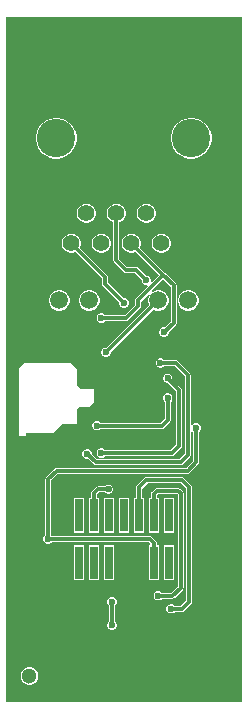
<source format=gbr>
%FSTAX23Y23*%
%MOIN*%
%SFA1B1*%

%IPPOS*%
%ADD23C,0.011811*%
%ADD25C,0.062992*%
%ADD26C,0.023622*%
%ADD27C,0.051181*%
%ADD28C,0.090551*%
%ADD29C,0.059842*%
%ADD30C,0.055905*%
%ADD31C,0.082677*%
%ADD32C,0.127952*%
%ADD33C,0.023622*%
%ADD34R,0.025591X0.109055*%
%LNwol_pcb_copper_signal_bot-1*%
%LPD*%
G36*
X00787Y0D02*
X0D01*
Y02283*
X00787*
Y0*
G37*
%LNwol_pcb_copper_signal_bot-2*%
%LPC*%
G36*
X00625Y01946D02*
X00612D01*
X00598Y01944*
X00586Y01938*
X00575Y01931*
X00565Y01922*
X00558Y0191*
X00553Y01898*
X0055Y01885*
Y01872*
X00553Y01858*
X00558Y01846*
X00565Y01835*
X00575Y01825*
X00586Y01818*
X00598Y01813*
X00612Y0181*
X00625*
X00638Y01813*
X0065Y01818*
X00661Y01825*
X00671Y01835*
X00678Y01846*
X00684Y01858*
X00686Y01872*
Y01885*
X00684Y01898*
X00678Y0191*
X00671Y01922*
X00661Y01931*
X0065Y01938*
X00638Y01944*
X00625Y01946*
G37*
G36*
X00175D02*
X00162D01*
X00148Y01944*
X00136Y01938*
X00125Y01931*
X00115Y01922*
X00108Y0191*
X00103Y01898*
X001Y01885*
Y01872*
X00103Y01858*
X00108Y01846*
X00115Y01835*
X00125Y01825*
X00136Y01818*
X00148Y01813*
X00162Y0181*
X00175*
X00188Y01813*
X002Y01818*
X00211Y01825*
X00221Y01835*
X00228Y01846*
X00234Y01858*
X00236Y01872*
Y01885*
X00234Y01898*
X00228Y0191*
X00221Y01922*
X00211Y01931*
X002Y01938*
X00188Y01944*
X00175Y01946*
G37*
G36*
X00472Y0166D02*
X00464D01*
X00456Y01658*
X00449Y01654*
X00443Y01648*
X00438Y01641*
X00436Y01632*
Y01624*
X00438Y01616*
X00443Y01609*
X00449Y01603*
X00456Y01599*
X00464Y01596*
X00472*
X00481Y01599*
X00488Y01603*
X00494Y01609*
X00498Y01616*
X005Y01624*
Y01632*
X00498Y01641*
X00494Y01648*
X00488Y01654*
X00481Y01658*
X00472Y0166*
G37*
G36*
X00272D02*
X00264D01*
X00256Y01658*
X00249Y01654*
X00243Y01648*
X00238Y01641*
X00236Y01632*
Y01624*
X00238Y01616*
X00243Y01609*
X00249Y01603*
X00256Y01599*
X00264Y01596*
X00272*
X00281Y01599*
X00288Y01603*
X00294Y01609*
X00298Y01616*
X003Y01624*
Y01632*
X00298Y01641*
X00294Y01648*
X00288Y01654*
X00281Y01658*
X00272Y0166*
G37*
G36*
X00522Y0156D02*
X00514D01*
X00506Y01558*
X00499Y01554*
X00493Y01548*
X00488Y01541*
X00486Y01532*
Y01524*
X00488Y01516*
X00493Y01509*
X00499Y01503*
X00506Y01499*
X00514Y01496*
X00522*
X00531Y01499*
X00538Y01503*
X00544Y01509*
X00548Y01516*
X0055Y01524*
Y01532*
X00548Y01541*
X00544Y01548*
X00538Y01554*
X00531Y01558*
X00522Y0156*
G37*
G36*
X00322D02*
X00314D01*
X00306Y01558*
X00299Y01554*
X00293Y01548*
X00288Y01541*
X00286Y01532*
Y01524*
X00288Y01516*
X00293Y01509*
X00299Y01503*
X00306Y01499*
X00314Y01496*
X00322*
X00331Y01499*
X00338Y01503*
X00344Y01509*
X00348Y01516*
X0035Y01524*
Y01532*
X00348Y01541*
X00344Y01548*
X00338Y01554*
X00331Y01558*
X00322Y0156*
G37*
G36*
X00222D02*
X00214D01*
X00206Y01558*
X00199Y01554*
X00193Y01548*
X00188Y01541*
X00186Y01532*
Y01524*
X00188Y01516*
X00193Y01509*
X00199Y01503*
X00206Y01499*
X00214Y01496*
X00222*
X00231Y01499*
X00233Y015*
X0032Y01412*
Y01393*
X00321Y01389*
X00323Y01386*
X00377Y01332*
Y01327*
X0038Y01321*
X00384Y01317*
X0039Y01314*
X00396*
X00402Y01317*
X00407Y01321*
X00409Y01327*
Y01333*
X00407Y01339*
X00402Y01344*
X00396Y01346*
X00392*
X0034Y01397*
Y01416*
X00339Y0142*
X00337Y01423*
X00247Y01514*
X00248Y01516*
X0025Y01524*
Y01532*
X00248Y01541*
X00244Y01548*
X00238Y01554*
X00231Y01558*
X00222Y0156*
G37*
G36*
X00613Y01372D02*
X00604D01*
X00595Y0137*
X00588Y01365*
X00581Y01359*
X00577Y01351*
X00575Y01343*
Y01334*
X00577Y01325*
X00581Y01317*
X00588Y01311*
X00595Y01307*
X00604Y01304*
X00613*
X00621Y01307*
X00629Y01311*
X00635Y01317*
X0064Y01325*
X00642Y01334*
Y01343*
X0064Y01351*
X00635Y01359*
X00629Y01365*
X00621Y0137*
X00613Y01372*
G37*
G36*
X00283D02*
X00274D01*
X00265Y0137*
X00257Y01365*
X00251Y01359*
X00246Y01351*
X00244Y01343*
Y01334*
X00246Y01325*
X00251Y01317*
X00257Y01311*
X00265Y01307*
X00274Y01304*
X00283*
X00291Y01307*
X00299Y01311*
X00305Y01317*
X0031Y01325*
X00312Y01334*
Y01343*
X0031Y01351*
X00305Y01359*
X00299Y01365*
X00291Y0137*
X00283Y01372*
G37*
G36*
X00183D02*
X00174D01*
X00165Y0137*
X00157Y01365*
X00151Y01359*
X00146Y01351*
X00144Y01343*
Y01334*
X00146Y01325*
X00151Y01317*
X00157Y01311*
X00165Y01307*
X00174Y01304*
X00183*
X00191Y01307*
X00199Y01311*
X00205Y01317*
X0021Y01325*
X00212Y01334*
Y01343*
X0021Y01351*
X00205Y01359*
X00199Y01365*
X00191Y0137*
X00183Y01372*
G37*
G36*
X00372Y0166D02*
X00364D01*
X00356Y01658*
X00349Y01654*
X00343Y01648*
X00338Y01641*
X00336Y01632*
Y01624*
X00338Y01616*
X00343Y01609*
X00349Y01603*
X00356Y01599*
X00358Y01598*
Y01473*
X00359Y01469*
X00361Y01466*
X00394Y01433*
X00397Y01431*
X00401Y0143*
X00428*
X00452Y01407*
Y01402*
X00455Y01396*
X00459Y01392*
X00465Y01389*
X0047*
X00472Y01387*
X00473Y01385*
X00433Y01345*
X00431Y01342*
X0043Y01338*
Y01323*
X00397Y01289*
X00331*
X00327Y01292*
X00322Y01295*
X00315*
X00309Y01292*
X00305Y01288*
X00303Y01282*
Y01276*
X00305Y0127*
X00309Y01266*
X00315Y01263*
X00322*
X00327Y01266*
X00331Y01269*
X00401*
X00405Y0127*
X00408Y01272*
X00448Y01311*
X0045Y01315*
X0045Y01318*
Y01334*
X00476Y01359*
X0048Y01356*
X00477Y01351*
X00475Y01343*
Y01334*
X00477Y01325*
X00478Y01322*
X00337Y01181*
X00331*
X00325Y01178*
X00321Y01174*
X00318Y01168*
Y01162*
X00321Y01156*
X00325Y01152*
X00331Y01149*
X00337*
X00343Y01152*
X00347Y01156*
X0035Y01162*
Y01165*
X00493Y01308*
X00495Y01307*
X00504Y01304*
X00513*
X00521Y01307*
X00529Y01311*
X00535Y01317*
X0054Y01325*
X00542Y01334*
Y01343*
X0054Y01351*
X00535Y01359*
X00529Y01365*
X00521Y0137*
X00513Y01372*
X00504*
X00495Y0137*
X0049Y01367*
X00487Y01371*
X00524Y01408*
X00549Y01384*
Y01267*
X00529Y01248*
X00524*
X00518Y01245*
X00514Y01241*
X00511Y01235*
Y01229*
X00514Y01223*
X00518Y01218*
X00524Y01216*
X0053*
X00536Y01218*
X0054Y01223*
X00543Y01229*
Y01233*
X00566Y01256*
X00568Y01259*
X00569Y01263*
Y01388*
X00568Y01392*
X00566Y01395*
X00531Y01429*
X00447Y01514*
X00448Y01516*
X0045Y01524*
Y01532*
X00448Y01541*
X00444Y01548*
X00438Y01554*
X00431Y01558*
X00422Y0156*
X00414*
X00406Y01558*
X00399Y01554*
X00393Y01548*
X00388Y01541*
X00386Y01532*
Y01524*
X00388Y01516*
X00393Y01509*
X00399Y01503*
X00406Y01499*
X00414Y01496*
X00422*
X00431Y01499*
X00433Y015*
X0051Y01422*
X00488Y014*
X00486Y01401*
X00484Y01403*
Y01408*
X00481Y01414*
X00477Y01418*
X00471Y01421*
X00466*
X0044Y01448*
X00436Y0145*
X00433Y0145*
X00405*
X00378Y01477*
Y01598*
X00381Y01599*
X00388Y01603*
X00394Y01609*
X00398Y01616*
X004Y01624*
Y01632*
X00398Y01641*
X00394Y01648*
X00388Y01654*
X00381Y01658*
X00372Y0166*
G37*
G36*
X00542Y01029D02*
X00536D01*
X0053Y01027*
X00526Y01022*
X00523Y01016*
Y0101*
X00526Y01004*
X00529Y01001*
Y00945*
X00515Y00931*
X00315*
X00312Y00934*
X00306Y00937*
X003*
X00294Y00934*
X00289Y0093*
X00287Y00924*
Y00918*
X00289Y00912*
X00294Y00907*
X003Y00905*
X00306*
X00312Y00907*
X00315Y00911*
X00519*
X00523Y00911*
X00526Y00914*
X00546Y00933*
X00548Y00937*
X00549Y0094*
Y01001*
X00552Y01004*
X00555Y0101*
Y01016*
X00552Y01022*
X00548Y01027*
X00542Y01029*
G37*
G36*
X00216Y01129D02*
X00059D01*
X00043Y01114*
Y00887*
X00045Y00885*
X00149*
X00188Y00925*
X00236*
Y00976*
X00244Y00984*
X00295*
Y01043*
X00248*
X00236Y01055*
Y0111*
X00216Y01129*
G37*
G36*
X00542Y01094D02*
X00536D01*
X0053Y01092*
X00526Y01087*
X00523Y01081*
Y01075*
X00526Y01069*
X0053Y01065*
X00536Y01062*
X0054*
X00568Y01035*
Y00858*
X0055Y0084*
X00331*
X00327Y00844*
X00322Y00846*
X00315*
X00309Y00844*
X00305Y00839*
X00303Y00833*
Y00827*
X00305Y00821*
X00309Y00817*
X00315Y00814*
X00322*
X00327Y00817*
X00331Y0082*
X00555*
X00558Y00821*
X00562Y00823*
X00585Y00847*
X00588Y0085*
X00588Y00854*
Y01039*
X00588Y01043*
X00585Y01046*
X00555Y01077*
Y01081*
X00552Y01087*
X00548Y01092*
X00542Y01094*
G37*
G36*
X00345Y00724D02*
X00339D01*
X00333Y00722*
X0033Y00718*
X00307*
X00303Y00717*
X00299Y00715*
X00286Y00702*
X00284Y00699*
X00283Y00695*
Y00681*
X00276*
Y00564*
X0031*
Y00681*
X00303*
Y00691*
X00311Y00698*
X0033*
X00333Y00695*
X00339Y00692*
X00345*
X00351Y00695*
X00355Y00699*
X00358Y00705*
Y00711*
X00355Y00717*
X00351Y00722*
X00345Y00724*
G37*
G36*
X0056Y00681D02*
X00526D01*
Y00564*
X0056*
Y00681*
G37*
G36*
X0041D02*
X00376D01*
Y00564*
X0041*
Y00681*
G37*
G36*
X0036D02*
X00326D01*
Y00564*
X0036*
Y00681*
G37*
G36*
X0026D02*
X00226D01*
Y00564*
X0026*
Y00681*
G37*
G36*
X0056Y00522D02*
X00526D01*
Y00405*
X0056*
Y00522*
G37*
G36*
X00518Y01145D02*
X00512D01*
X00506Y01143*
X00502Y01138*
X005Y01133*
Y01126*
X00502Y01121*
X00506Y01116*
X00512Y01114*
X00518*
X00524Y01116*
X00527Y01119*
X00562*
X00596Y01086*
Y00826*
X00578Y00809*
X00303*
X00287Y00825*
Y00829*
X00285Y00835*
X0028Y0084*
X00274Y00842*
X00268*
X00262Y0084*
X00258Y00835*
X00255Y00829*
Y00823*
X00258Y00817*
X00262Y00813*
X00268Y00811*
X00273*
X00292Y00792*
X00295Y00789*
X00299Y00789*
X00582*
X00586Y00789*
X00589Y00792*
X00613Y00815*
X00615Y00818*
X00616Y00822*
Y00899*
X00621Y00901*
X00623Y00899*
Y00803*
X00602Y00781*
X00169*
X00165Y0078*
X00162Y00778*
X00134Y00751*
X00132Y00747*
X00131Y00744*
Y00555*
X00128Y00552*
X00125Y00546*
Y0054*
X00128Y00534*
X00132Y00529*
X00138Y00527*
X00144*
X0015Y00529*
X00153Y00533*
X00476*
X00481Y00527*
X00479Y00522*
X00476*
Y00405*
X0051*
Y00522*
X00503*
Y00529*
X00502Y00533*
X005Y00537*
X00487Y0055*
X00484Y00552*
X0048Y00553*
X00153*
X00151Y00555*
Y00739*
X00173Y00761*
X00606*
X0061Y00762*
X00613Y00764*
X0064Y00792*
X00643Y00795*
X00643Y00799*
Y00901*
X00647Y00904*
X00649Y0091*
Y00916*
X00647Y00922*
X00642Y00926*
X00636Y00929*
X0063*
X00624Y00926*
X00621Y00923*
X00617Y00924*
X00616Y00924*
Y0109*
X00615Y01094*
X00613Y01097*
X00574Y01137*
X0057Y01139*
X00566Y01139*
X00527*
X00524Y01143*
X00518Y01145*
G37*
G36*
X0036Y00522D02*
X00326D01*
Y00405*
X0036*
Y00522*
G37*
G36*
X0031D02*
X00276D01*
Y00405*
X0031*
Y00522*
G37*
G36*
X0026D02*
X00226D01*
Y00405*
X0026*
Y00522*
G37*
G36*
X00574Y00714D02*
X00503D01*
X005Y00713*
X00496Y00711*
X00486Y00701*
X00484Y00698*
X00483Y00694*
Y00681*
X00476*
Y00564*
X0051*
Y00681*
X00503*
Y0069*
X00508Y00694*
X0057*
X00572Y00692*
Y00386*
X0055Y00364*
X0052*
X00516Y00367*
X00511Y0037*
X00504*
X00498Y00367*
X00494Y00363*
X00492Y00357*
Y00351*
X00494Y00345*
X00498Y0034*
X00504Y00338*
X00511*
X00516Y0034*
X0052Y00344*
X00555*
X00558Y00345*
X00562Y00347*
X00589Y00374*
X00591Y00378*
X00592Y00381*
Y00696*
X00591Y007*
X00589Y00703*
X00581Y00711*
X00578Y00713*
X00574Y00714*
G37*
G36*
X00586Y0075D02*
X00468D01*
X00464Y00749*
X00461Y00747*
X00436Y00722*
X00434Y00719*
X00433Y00715*
Y00681*
X00426*
Y00564*
X0046*
Y00681*
X00453*
Y00711*
X00472Y0073*
X00582*
X006Y00712*
Y00338*
X00582Y00321*
X00563*
X0056Y00324*
X00554Y00326*
X00548*
X00542Y00324*
X00537Y00319*
X00535Y00314*
Y00307*
X00537Y00302*
X00542Y00297*
X00548Y00295*
X00554*
X0056Y00297*
X00563Y003*
X00586*
X0059Y00301*
X00593Y00303*
X00617Y00327*
X00619Y0033*
X0062Y00334*
Y00716*
X00619Y0072*
X00617Y00723*
X00593Y00747*
X0059Y00749*
X00586Y0075*
G37*
G36*
X00357Y0035D02*
X00351D01*
X00345Y00347*
X0034Y00343*
X00338Y00337*
Y00331*
X0034Y00325*
X00344Y00322*
Y00268*
X0034Y00264*
X00338Y00259*
Y00252*
X0034Y00246*
X00345Y00242*
X00351Y0024*
X00357*
X00363Y00242*
X00367Y00246*
X0037Y00252*
Y00259*
X00367Y00264*
X00364Y00268*
Y00322*
X00367Y00325*
X0037Y00331*
Y00337*
X00367Y00343*
X00363Y00347*
X00357Y0035*
G37*
G36*
X00082Y00116D02*
X00074D01*
X00067Y00114*
X0006Y0011*
X00055Y00104*
X00051Y00098*
X00049Y0009*
Y00082*
X00051Y00075*
X00055Y00068*
X0006Y00062*
X00067Y00059*
X00074Y00057*
X00082*
X0009Y00059*
X00096Y00062*
X00102Y00068*
X00106Y00075*
X00108Y00082*
Y0009*
X00106Y00098*
X00102Y00104*
X00096Y0011*
X0009Y00114*
X00082Y00116*
G37*
%LNwol_pcb_copper_signal_bot-3*%
%LPD*%
G54D23*
X00248Y00889D02*
Y00944D01*
X00314Y01011*
X00082Y00889D02*
X00248D01*
X00484*
X00248D02*
D01*
X00303Y00921D02*
X00519D01*
X00293Y00622D02*
Y00695D01*
X00307Y00708*
X00342*
X00555Y00354D02*
X00582Y00381D01*
X00574Y00704D02*
X00582Y00696D01*
Y00381D02*
Y00696D01*
X00507Y00354D02*
X00555D01*
X00393Y0037D02*
X00425D01*
X00228D02*
X00393D01*
Y00463*
X00443Y00388D02*
Y00463D01*
X00425Y0037D02*
X00443Y00388D01*
X00188Y0033D02*
X00228Y0037D01*
X00493Y00463D02*
Y00529D01*
X0048Y00543D02*
X00493Y00529D01*
X00141Y00543D02*
X0048D01*
X00586Y0074D02*
X0061Y00716D01*
X00468Y0074D02*
X00586D01*
X00443Y00715D02*
X00468Y0074D01*
X00443Y0065D02*
Y00715D01*
X0061Y00334D02*
Y00716D01*
X00493Y00694D02*
X00503Y00704D01*
X00574*
X00493Y00669D02*
Y00694D01*
X00551Y00311D02*
X00586D01*
X0061Y00334*
X00443Y00491D02*
X00444Y0049D01*
X00141Y00543D02*
Y00744D01*
X00169Y00771D02*
X00606D01*
X00141Y00744D02*
X00169Y00771D01*
X00606D02*
X00633Y00799D01*
Y00913*
X00539Y0094D02*
Y01013D01*
X00519Y00921D02*
X00539Y0094D01*
X00314Y01011D02*
X00326Y01023D01*
X00393*
X00098Y00531D02*
X00125Y00503D01*
X00098Y00531D02*
Y00582D01*
X00425Y01185D02*
X00653D01*
X00393Y01023D02*
Y01153D01*
X00425Y01185*
X00078Y00885D02*
X00082Y00889D01*
X00299Y00799D02*
X00582D01*
X00271Y00826D02*
X00299Y00799D01*
X00582D02*
X00606Y00822D01*
Y0109*
X00566Y01129D02*
X00606Y0109D01*
X00515Y01129D02*
X00566D01*
X00539Y01078D02*
X00578Y01039D01*
Y00854D02*
Y01039D01*
X00555Y0083D02*
X00578Y00854D01*
X00318Y0083D02*
X00555D01*
X00524Y01422D02*
X00559Y01388D01*
X00418Y01528D02*
X00524Y01422D01*
X0044Y01318D02*
Y01338D01*
X00524Y01422*
X00318Y01279D02*
X00401D01*
X0044Y01318*
X0033Y01393D02*
Y01416D01*
Y01393D02*
X00393Y0133D01*
X00218Y01528D02*
X0033Y01416D01*
X00527Y01232D02*
X00559Y01263D01*
Y01388*
X00368Y01473D02*
Y01628D01*
Y01473D02*
X00401Y0144D01*
X00433D02*
X00468Y01405D01*
X00401Y0144D02*
X00433D01*
X00334Y01165D02*
X00335D01*
X00508Y01338*
X0023Y00088D02*
X00305D01*
X00188Y00129D02*
X0023Y00088D01*
X00188Y00129D02*
Y0033D01*
X00354Y00255D02*
Y00334D01*
G54D25*
X00393Y01023D03*
G54D26*
X00421Y00996D03*
Y01051D03*
X00366D03*
Y00996D03*
G54D27*
X00708Y00086D03*
X00078D03*
G54D28*
X00482Y00088D03*
X00305D03*
G54D29*
X00608Y01338D03*
X00508D03*
X00278D03*
X00178D03*
G54D30*
X00218Y01528D03*
X00268Y01628D03*
X00318Y01528D03*
X00368Y01628D03*
X00418Y01528D03*
X00468Y01628D03*
X00518Y01528D03*
X00568Y01628D03*
G54D31*
X00704Y01758D03*
X00082D03*
G54D32*
X00168Y01878D03*
X00618D03*
G54D33*
X00303Y00921D03*
X00078Y00885D03*
X00342Y00708D03*
X00507Y00354D03*
X00551Y00311D03*
X00098Y00582D03*
X00125Y00503D03*
X00653Y01185D03*
X00141Y00543D03*
X00633Y00913D03*
X00271Y00826D03*
X00484Y00889D03*
X00515Y01129D03*
X00539Y01078D03*
X00318Y0083D03*
Y01279D03*
X00393Y0133D03*
X00527Y01232D03*
X00468Y01405D03*
X00334Y01165D03*
X00188Y0033D03*
X00539Y01013D03*
X00354Y00334D03*
Y00255D03*
G54D34*
X00343Y00622D03*
X00393D03*
X00543D03*
X00443D03*
X00493D03*
X00343Y00463D03*
X00393D03*
X00543D03*
X00443D03*
X00493D03*
X00293Y00622D03*
Y00463D03*
X00243Y00622D03*
Y00463D03*
M02*
</source>
